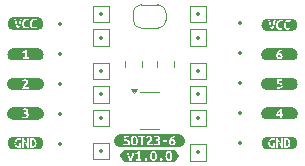
<source format=gto>
%TF.GenerationSoftware,KiCad,Pcbnew,8.0.3*%
%TF.CreationDate,2024-07-29T06:26:45+12:00*%
%TF.ProjectId,sot23-6,736f7432-332d-4362-9e6b-696361645f70,rev?*%
%TF.SameCoordinates,Original*%
%TF.FileFunction,Legend,Top*%
%TF.FilePolarity,Positive*%
%FSLAX46Y46*%
G04 Gerber Fmt 4.6, Leading zero omitted, Abs format (unit mm)*
G04 Created by KiCad (PCBNEW 8.0.3) date 2024-07-29 06:26:45*
%MOMM*%
%LPD*%
G01*
G04 APERTURE LIST*
%ADD10C,0.000000*%
%ADD11C,0.120000*%
%ADD12C,0.350000*%
G04 APERTURE END LIST*
D10*
%TO.C,kibuzzard-66A68C65*%
G36*
X112119392Y-88491280D02*
G01*
X112216694Y-88520797D01*
X112306368Y-88568728D01*
X112384968Y-88633234D01*
X112449473Y-88711833D01*
X112497405Y-88801507D01*
X112526921Y-88898809D01*
X112536887Y-89000000D01*
X112526921Y-89101191D01*
X112497405Y-89198493D01*
X112449473Y-89288167D01*
X112384968Y-89366766D01*
X112306368Y-89431272D01*
X112216694Y-89479203D01*
X112119392Y-89508720D01*
X112018201Y-89518686D01*
X111264297Y-89518686D01*
X111010985Y-89518686D01*
X110735703Y-89518686D01*
X109981799Y-89518686D01*
X109880608Y-89508720D01*
X109783306Y-89479203D01*
X109693632Y-89431272D01*
X109615032Y-89366766D01*
X109550527Y-89288167D01*
X109502595Y-89198493D01*
X109473079Y-89101191D01*
X109469732Y-89067205D01*
X110735703Y-89067205D01*
X110743529Y-89174834D01*
X110767008Y-89261641D01*
X110806139Y-89327625D01*
X110860205Y-89373936D01*
X110928487Y-89401723D01*
X111010985Y-89410985D01*
X111072375Y-89404685D01*
X111124717Y-89385784D01*
X111203554Y-89320517D01*
X111249435Y-89232633D01*
X111264297Y-89138288D01*
X111250727Y-89040065D01*
X111206139Y-88958643D01*
X111126656Y-88903069D01*
X111072859Y-88887561D01*
X111008401Y-88882391D01*
X110967044Y-88888207D01*
X110919225Y-88904362D01*
X110963813Y-88820355D01*
X111035541Y-88765428D01*
X111126010Y-88735057D01*
X111226817Y-88724717D01*
X111217771Y-88589015D01*
X111114055Y-88596769D01*
X111020032Y-88620032D01*
X110937318Y-88658481D01*
X110867528Y-88711793D01*
X110811470Y-88779645D01*
X110769952Y-88861712D01*
X110744265Y-88957674D01*
X110735703Y-89067205D01*
X109469732Y-89067205D01*
X109463113Y-89000000D01*
X109473079Y-88898809D01*
X109502595Y-88801507D01*
X109550527Y-88711833D01*
X109615032Y-88633234D01*
X109693632Y-88568728D01*
X109783306Y-88520797D01*
X109880608Y-88491280D01*
X109981799Y-88481314D01*
X110735703Y-88481314D01*
X111264297Y-88481314D01*
X112018201Y-88481314D01*
X112119392Y-88491280D01*
G37*
G36*
X111044911Y-89022456D02*
G01*
X111082068Y-89047173D01*
X111109208Y-89140872D01*
X111103393Y-89186107D01*
X111085299Y-89228756D01*
X111053635Y-89261066D01*
X111007108Y-89273990D01*
X110950889Y-89257835D01*
X110915347Y-89214540D01*
X110897254Y-89153150D01*
X110892084Y-89081422D01*
X110892730Y-89056866D01*
X110894669Y-89033603D01*
X110937318Y-89019386D01*
X110987722Y-89014216D01*
X111044911Y-89022456D01*
G37*
%TO.C,kibuzzard-66A68C60*%
G36*
X112120826Y-90993816D02*
G01*
X112217643Y-91023185D01*
X112306870Y-91070878D01*
X112385079Y-91135061D01*
X112449262Y-91213270D01*
X112496955Y-91302497D01*
X112526324Y-91399314D01*
X112536241Y-91500000D01*
X112526324Y-91600686D01*
X112496955Y-91697503D01*
X112449262Y-91786730D01*
X112385079Y-91864939D01*
X112306870Y-91929122D01*
X112217643Y-91976815D01*
X112120826Y-92006184D01*
X112020140Y-92016101D01*
X111266236Y-92016101D01*
X110949596Y-92016101D01*
X110733764Y-92016101D01*
X109979860Y-92016101D01*
X109879174Y-92006184D01*
X109782357Y-91976815D01*
X109693130Y-91929122D01*
X109617486Y-91867044D01*
X110733764Y-91867044D01*
X110770598Y-91881260D01*
X110824233Y-91894830D01*
X110886268Y-91904523D01*
X110949596Y-91908401D01*
X111023586Y-91903554D01*
X111087884Y-91889015D01*
X111142488Y-91865751D01*
X111187399Y-91834733D01*
X111246850Y-91752666D01*
X111266236Y-91649919D01*
X111257476Y-91574960D01*
X111231197Y-91512062D01*
X111187399Y-91461228D01*
X111125794Y-91422743D01*
X111046096Y-91396895D01*
X110948304Y-91383683D01*
X110954766Y-91310016D01*
X110961228Y-91223425D01*
X111236511Y-91223425D01*
X111236511Y-91091599D01*
X110828110Y-91091599D01*
X110823263Y-91190307D01*
X110816478Y-91292569D01*
X110807431Y-91397738D01*
X110795800Y-91505170D01*
X110884653Y-91507916D01*
X110954766Y-91516155D01*
X111048465Y-91547173D01*
X111092407Y-91594992D01*
X111103393Y-91656381D01*
X111096931Y-91699031D01*
X111073021Y-91735864D01*
X111025202Y-91762359D01*
X110948304Y-91772698D01*
X110887884Y-91769790D01*
X110838449Y-91761066D01*
X110766074Y-91735218D01*
X110733764Y-91867044D01*
X109617486Y-91867044D01*
X109614921Y-91864939D01*
X109550738Y-91786730D01*
X109503045Y-91697503D01*
X109473676Y-91600686D01*
X109463759Y-91500000D01*
X109473676Y-91399314D01*
X109503045Y-91302497D01*
X109550738Y-91213270D01*
X109614921Y-91135061D01*
X109693130Y-91070878D01*
X109782357Y-91023185D01*
X109879174Y-90993816D01*
X109979860Y-90983899D01*
X110733764Y-90983899D01*
X111266236Y-90983899D01*
X112020140Y-90983899D01*
X112120826Y-90993816D01*
G37*
%TO.C,kibuzzard-66A68C5D*%
G36*
X112142451Y-93502055D02*
G01*
X112237692Y-93530946D01*
X112325467Y-93577862D01*
X112402402Y-93641001D01*
X112465541Y-93717937D01*
X112512458Y-93805711D01*
X112541349Y-93900953D01*
X112551104Y-94000000D01*
X112541349Y-94099047D01*
X112512458Y-94194289D01*
X112465541Y-94282063D01*
X112402402Y-94358999D01*
X112325467Y-94422138D01*
X112237692Y-94469054D01*
X112142451Y-94497945D01*
X112043403Y-94507701D01*
X111289499Y-94507701D01*
X111202908Y-94507701D01*
X110710501Y-94507701D01*
X109956597Y-94507701D01*
X109857549Y-94497945D01*
X109762308Y-94469054D01*
X109674533Y-94422138D01*
X109597598Y-94358999D01*
X109534459Y-94282063D01*
X109487542Y-94194289D01*
X109458651Y-94099047D01*
X109458252Y-94094992D01*
X110710501Y-94094992D01*
X110710501Y-94211309D01*
X111043942Y-94211309D01*
X111043942Y-94400000D01*
X111202908Y-94400000D01*
X111202908Y-94211309D01*
X111289499Y-94211309D01*
X111289499Y-94080775D01*
X111202908Y-94080775D01*
X111202908Y-93600000D01*
X111060743Y-93600000D01*
X111009047Y-93655089D01*
X110957351Y-93716963D01*
X110906947Y-93782714D01*
X110859128Y-93849435D01*
X110814540Y-93915832D01*
X110773829Y-93980614D01*
X110738611Y-94041195D01*
X110710501Y-94094992D01*
X109458252Y-94094992D01*
X109448896Y-94000000D01*
X109458651Y-93900953D01*
X109487542Y-93805711D01*
X109534459Y-93717937D01*
X109597598Y-93641001D01*
X109674533Y-93577862D01*
X109762308Y-93530946D01*
X109857549Y-93502055D01*
X109956597Y-93492299D01*
X110710501Y-93492299D01*
X111289499Y-93492299D01*
X112043403Y-93492299D01*
X112142451Y-93502055D01*
G37*
G36*
X111043942Y-94080775D02*
G01*
X110863005Y-94080775D01*
X110901777Y-94007108D01*
X110947658Y-93932795D01*
X110996123Y-93862359D01*
X111043942Y-93799031D01*
X111043942Y-94080775D01*
G37*
%TO.C,kibuzzard-66A68C47*%
G36*
X90621299Y-93484942D02*
G01*
X90719813Y-93514826D01*
X90810604Y-93563355D01*
X90890183Y-93628664D01*
X90955492Y-93708243D01*
X91004021Y-93799035D01*
X91033905Y-93897549D01*
X91043996Y-94000000D01*
X91033905Y-94102451D01*
X91004021Y-94200965D01*
X90955492Y-94291757D01*
X90890183Y-94371336D01*
X90810604Y-94436645D01*
X90719813Y-94485174D01*
X90621299Y-94515058D01*
X90518848Y-94525148D01*
X89764943Y-94525148D01*
X89457351Y-94525148D01*
X89235057Y-94525148D01*
X88481152Y-94525148D01*
X88378701Y-94515058D01*
X88280187Y-94485174D01*
X88189396Y-94436645D01*
X88112461Y-94373506D01*
X89235057Y-94373506D01*
X89275121Y-94387722D01*
X89331341Y-94401939D01*
X89394669Y-94412924D01*
X89457351Y-94417447D01*
X89531987Y-94412763D01*
X89595638Y-94398708D01*
X89648627Y-94376090D01*
X89691276Y-94345719D01*
X89746850Y-94264943D01*
X89764943Y-94162843D01*
X89756381Y-94097900D01*
X89730695Y-94042649D01*
X89689499Y-93998384D01*
X89634410Y-93966397D01*
X89706785Y-93899192D01*
X89733926Y-93807431D01*
X89718417Y-93718255D01*
X89670598Y-93646527D01*
X89588530Y-93599354D01*
X89534410Y-93586753D01*
X89471567Y-93582553D01*
X89402908Y-93588530D01*
X89341680Y-93606462D01*
X89249273Y-93653635D01*
X89306139Y-93769952D01*
X89383037Y-93733118D01*
X89472859Y-93718255D01*
X89545880Y-93743457D01*
X89572375Y-93812601D01*
X89560097Y-93861712D01*
X89528433Y-93892730D01*
X89484491Y-93909532D01*
X89435380Y-93914701D01*
X89375929Y-93914701D01*
X89375929Y-94046527D01*
X89425040Y-94046527D01*
X89495800Y-94052827D01*
X89552989Y-94071729D01*
X89590792Y-94106462D01*
X89603393Y-94160258D01*
X89570436Y-94246850D01*
X89525363Y-94273021D01*
X89456058Y-94281745D01*
X89394830Y-94278191D01*
X89342973Y-94267528D01*
X89266074Y-94240388D01*
X89235057Y-94373506D01*
X88112461Y-94373506D01*
X88109817Y-94371336D01*
X88044508Y-94291757D01*
X87995979Y-94200965D01*
X87966095Y-94102451D01*
X87956004Y-94000000D01*
X87966095Y-93897549D01*
X87995979Y-93799035D01*
X88044508Y-93708243D01*
X88109817Y-93628664D01*
X88189396Y-93563355D01*
X88280187Y-93514826D01*
X88378701Y-93484942D01*
X88481152Y-93474852D01*
X89235057Y-93474852D01*
X89764943Y-93474852D01*
X90518848Y-93474852D01*
X90621299Y-93484942D01*
G37*
%TO.C,kibuzzard-66A68C43*%
G36*
X90625476Y-90993182D02*
G01*
X90722414Y-91022588D01*
X90811753Y-91070340D01*
X90890059Y-91134604D01*
X90954323Y-91212911D01*
X91002076Y-91302249D01*
X91031482Y-91399188D01*
X91041411Y-91500000D01*
X91031482Y-91600812D01*
X91002076Y-91697751D01*
X90954323Y-91787089D01*
X90890059Y-91865396D01*
X90811753Y-91929660D01*
X90722414Y-91977412D01*
X90625476Y-92006818D01*
X90524663Y-92016747D01*
X89770759Y-92016747D01*
X89229241Y-92016747D01*
X88475337Y-92016747D01*
X88374524Y-92006818D01*
X88277586Y-91977412D01*
X88188247Y-91929660D01*
X88109941Y-91865396D01*
X88045677Y-91787089D01*
X87997924Y-91697751D01*
X87968518Y-91600812D01*
X87958589Y-91500000D01*
X87968518Y-91399188D01*
X87997924Y-91302249D01*
X88045677Y-91212911D01*
X88058791Y-91196931D01*
X89229241Y-91196931D01*
X89308078Y-91308078D01*
X89389499Y-91247334D01*
X89468336Y-91229241D01*
X89543296Y-91255735D01*
X89573021Y-91331341D01*
X89549111Y-91399838D01*
X89488368Y-91469628D01*
X89450242Y-91506624D01*
X89409532Y-91545234D01*
X89368821Y-91586268D01*
X89330695Y-91630533D01*
X89297092Y-91678514D01*
X89269952Y-91730695D01*
X89252019Y-91787561D01*
X89246042Y-91849596D01*
X89245396Y-91876737D01*
X89248627Y-91909047D01*
X89770759Y-91909047D01*
X89770759Y-91777221D01*
X89426979Y-91777221D01*
X89440549Y-91734572D01*
X89473506Y-91688691D01*
X89514863Y-91644750D01*
X89553635Y-91607916D01*
X89619548Y-91543296D01*
X89677706Y-91473506D01*
X89719063Y-91399192D01*
X89734572Y-91319709D01*
X89713893Y-91219548D01*
X89658320Y-91147819D01*
X89578191Y-91105170D01*
X89483845Y-91090953D01*
X89416478Y-91097415D01*
X89348788Y-91116801D01*
X89284976Y-91149758D01*
X89229241Y-91196931D01*
X88058791Y-91196931D01*
X88109941Y-91134604D01*
X88188247Y-91070340D01*
X88277586Y-91022588D01*
X88374524Y-90993182D01*
X88475337Y-90983253D01*
X89229241Y-90983253D01*
X89770759Y-90983253D01*
X90524663Y-90983253D01*
X90625476Y-90993182D01*
G37*
%TO.C,kibuzzard-66A68C2F*%
G36*
X90618541Y-88502055D02*
G01*
X90713782Y-88530946D01*
X90801557Y-88577862D01*
X90878492Y-88641001D01*
X90941631Y-88717937D01*
X90988548Y-88805711D01*
X91017439Y-88900953D01*
X91027194Y-89000000D01*
X91017439Y-89099047D01*
X90988548Y-89194289D01*
X90941631Y-89282063D01*
X90878492Y-89358999D01*
X90801557Y-89422138D01*
X90713782Y-89469054D01*
X90618541Y-89497945D01*
X90519494Y-89507701D01*
X89765590Y-89507701D01*
X89234410Y-89507701D01*
X88480506Y-89507701D01*
X88381459Y-89497945D01*
X88286218Y-89469054D01*
X88198443Y-89422138D01*
X88121508Y-89358999D01*
X88058369Y-89282063D01*
X88011452Y-89194289D01*
X87982561Y-89099047D01*
X87972806Y-89000000D01*
X87982561Y-88900953D01*
X88011452Y-88805711D01*
X88032293Y-88766721D01*
X89234410Y-88766721D01*
X89286107Y-88898546D01*
X89364943Y-88866882D01*
X89447658Y-88821002D01*
X89447658Y-89268174D01*
X89279645Y-89268174D01*
X89279645Y-89400000D01*
X89765590Y-89400000D01*
X89765590Y-89268174D01*
X89606624Y-89268174D01*
X89606624Y-88600000D01*
X89498061Y-88600000D01*
X89442488Y-88650404D01*
X89373990Y-88696931D01*
X89301616Y-88736995D01*
X89234410Y-88766721D01*
X88032293Y-88766721D01*
X88058369Y-88717937D01*
X88121508Y-88641001D01*
X88198443Y-88577862D01*
X88286218Y-88530946D01*
X88381459Y-88502055D01*
X88480506Y-88492299D01*
X89234410Y-88492299D01*
X89765590Y-88492299D01*
X90519494Y-88492299D01*
X90618541Y-88502055D01*
G37*
%TO.C,kibuzzard-66A68BD4*%
G36*
X112090712Y-95984942D02*
G01*
X112189226Y-96014826D01*
X112280017Y-96063355D01*
X112359596Y-96128664D01*
X112424905Y-96208243D01*
X112473434Y-96299035D01*
X112503318Y-96397549D01*
X112513409Y-96500000D01*
X112503318Y-96602451D01*
X112473434Y-96700965D01*
X112424905Y-96791757D01*
X112359596Y-96871336D01*
X112280017Y-96936645D01*
X112189226Y-96985174D01*
X112090712Y-97015058D01*
X111988261Y-97025148D01*
X111934410Y-97025148D01*
X111563489Y-97025148D01*
X111135703Y-97025148D01*
X110392569Y-97025148D01*
X110065590Y-97025148D01*
X110011739Y-97025148D01*
X109909288Y-97015058D01*
X109810774Y-96985174D01*
X109719983Y-96936645D01*
X109640404Y-96871336D01*
X109575095Y-96791757D01*
X109526566Y-96700965D01*
X109496682Y-96602451D01*
X109486591Y-96500000D01*
X110065590Y-96500000D01*
X110071405Y-96597092D01*
X110088853Y-96681583D01*
X110116963Y-96753312D01*
X110154766Y-96812116D01*
X110201777Y-96857997D01*
X110257512Y-96890953D01*
X110321325Y-96910824D01*
X110392569Y-96917447D01*
X110471567Y-96914216D01*
X110537964Y-96904523D01*
X110552718Y-96900646D01*
X110736349Y-96900646D01*
X110879806Y-96900646D01*
X110879806Y-96369467D01*
X110927841Y-96458140D01*
X110973721Y-96546670D01*
X111017447Y-96635057D01*
X111059020Y-96723443D01*
X111098438Y-96811973D01*
X111135703Y-96900646D01*
X111263651Y-96900646D01*
X111263651Y-96110985D01*
X111392892Y-96110985D01*
X111392892Y-96891599D01*
X111480129Y-96906462D01*
X111563489Y-96910985D01*
X111641519Y-96905331D01*
X111712763Y-96888368D01*
X111775929Y-96859128D01*
X111829725Y-96816640D01*
X111873506Y-96760258D01*
X111906624Y-96689338D01*
X111927464Y-96602908D01*
X111934410Y-96500000D01*
X111928110Y-96399354D01*
X111909208Y-96314540D01*
X111878998Y-96244426D01*
X111838772Y-96187884D01*
X111788530Y-96144750D01*
X111728271Y-96114863D01*
X111659612Y-96097415D01*
X111584168Y-96091599D01*
X111494992Y-96095477D01*
X111392892Y-96110985D01*
X111263651Y-96110985D01*
X111263651Y-96100646D01*
X111120194Y-96100646D01*
X111120194Y-96593053D01*
X111097415Y-96542649D01*
X111070436Y-96484491D01*
X111040065Y-96421486D01*
X111007108Y-96356543D01*
X110972375Y-96290468D01*
X110936672Y-96224071D01*
X110900485Y-96159935D01*
X110864297Y-96100646D01*
X110736349Y-96100646D01*
X110736349Y-96900646D01*
X110552718Y-96900646D01*
X110626494Y-96881260D01*
X110626494Y-96481906D01*
X110467528Y-96481906D01*
X110467528Y-96773990D01*
X110436511Y-96777868D01*
X110405493Y-96779160D01*
X110328271Y-96762197D01*
X110272375Y-96711309D01*
X110247245Y-96657674D01*
X110232167Y-96587237D01*
X110227141Y-96500000D01*
X110229887Y-96440711D01*
X110238126Y-96386914D01*
X110274313Y-96299031D01*
X110338288Y-96241519D01*
X110433926Y-96220840D01*
X110519225Y-96235057D01*
X110589015Y-96267367D01*
X110630372Y-96140711D01*
X110603877Y-96125202D01*
X110559289Y-96105816D01*
X110495315Y-96089661D01*
X110411955Y-96082553D01*
X110341842Y-96089176D01*
X110276252Y-96109047D01*
X110217124Y-96142165D01*
X110166397Y-96188530D01*
X110124717Y-96247819D01*
X110092730Y-96319709D01*
X110072375Y-96403877D01*
X110065590Y-96500000D01*
X109486591Y-96500000D01*
X109496682Y-96397549D01*
X109526566Y-96299035D01*
X109575095Y-96208243D01*
X109640404Y-96128664D01*
X109719983Y-96063355D01*
X109810774Y-96014826D01*
X109909288Y-95984942D01*
X110011739Y-95974852D01*
X110065590Y-95974852D01*
X111934410Y-95974852D01*
X111988261Y-95974852D01*
X112090712Y-95984942D01*
G37*
G36*
X111684976Y-96252504D02*
G01*
X111737964Y-96312601D01*
X111765105Y-96399192D01*
X111772859Y-96500000D01*
X111770436Y-96557027D01*
X111763166Y-96609208D01*
X111730856Y-96695153D01*
X111671405Y-96752019D01*
X111580291Y-96772698D01*
X111566074Y-96772698D01*
X111551858Y-96771405D01*
X111551858Y-96233764D01*
X111575121Y-96230533D01*
X111598384Y-96229887D01*
X111684976Y-96252504D01*
G37*
%TO.C,kibuzzard-66A68BCE*%
G36*
X90590712Y-95984942D02*
G01*
X90689226Y-96014826D01*
X90780017Y-96063355D01*
X90859596Y-96128664D01*
X90924905Y-96208243D01*
X90973434Y-96299035D01*
X91003318Y-96397549D01*
X91013409Y-96500000D01*
X91003318Y-96602451D01*
X90973434Y-96700965D01*
X90924905Y-96791757D01*
X90859596Y-96871336D01*
X90780017Y-96936645D01*
X90689226Y-96985174D01*
X90590712Y-97015058D01*
X90488261Y-97025148D01*
X90434410Y-97025148D01*
X90063489Y-97025148D01*
X89635703Y-97025148D01*
X88892569Y-97025148D01*
X88565590Y-97025148D01*
X88511739Y-97025148D01*
X88409288Y-97015058D01*
X88310774Y-96985174D01*
X88219983Y-96936645D01*
X88140404Y-96871336D01*
X88075095Y-96791757D01*
X88026566Y-96700965D01*
X87996682Y-96602451D01*
X87986591Y-96500000D01*
X88565590Y-96500000D01*
X88571405Y-96597092D01*
X88588853Y-96681583D01*
X88616963Y-96753312D01*
X88654766Y-96812116D01*
X88701777Y-96857997D01*
X88757512Y-96890953D01*
X88821325Y-96910824D01*
X88892569Y-96917447D01*
X88971567Y-96914216D01*
X89037964Y-96904523D01*
X89052718Y-96900646D01*
X89236349Y-96900646D01*
X89379806Y-96900646D01*
X89379806Y-96369467D01*
X89427841Y-96458140D01*
X89473721Y-96546670D01*
X89517447Y-96635057D01*
X89559020Y-96723443D01*
X89598438Y-96811973D01*
X89635703Y-96900646D01*
X89763651Y-96900646D01*
X89763651Y-96110985D01*
X89892892Y-96110985D01*
X89892892Y-96891599D01*
X89980129Y-96906462D01*
X90063489Y-96910985D01*
X90141519Y-96905331D01*
X90212763Y-96888368D01*
X90275929Y-96859128D01*
X90329725Y-96816640D01*
X90373506Y-96760258D01*
X90406624Y-96689338D01*
X90427464Y-96602908D01*
X90434410Y-96500000D01*
X90428110Y-96399354D01*
X90409208Y-96314540D01*
X90378998Y-96244426D01*
X90338772Y-96187884D01*
X90288530Y-96144750D01*
X90228271Y-96114863D01*
X90159612Y-96097415D01*
X90084168Y-96091599D01*
X89994992Y-96095477D01*
X89892892Y-96110985D01*
X89763651Y-96110985D01*
X89763651Y-96100646D01*
X89620194Y-96100646D01*
X89620194Y-96593053D01*
X89597415Y-96542649D01*
X89570436Y-96484491D01*
X89540065Y-96421486D01*
X89507108Y-96356543D01*
X89472375Y-96290468D01*
X89436672Y-96224071D01*
X89400485Y-96159935D01*
X89364297Y-96100646D01*
X89236349Y-96100646D01*
X89236349Y-96900646D01*
X89052718Y-96900646D01*
X89126494Y-96881260D01*
X89126494Y-96481906D01*
X88967528Y-96481906D01*
X88967528Y-96773990D01*
X88936511Y-96777868D01*
X88905493Y-96779160D01*
X88828271Y-96762197D01*
X88772375Y-96711309D01*
X88747245Y-96657674D01*
X88732167Y-96587237D01*
X88727141Y-96500000D01*
X88729887Y-96440711D01*
X88738126Y-96386914D01*
X88774313Y-96299031D01*
X88838288Y-96241519D01*
X88933926Y-96220840D01*
X89019225Y-96235057D01*
X89089015Y-96267367D01*
X89130372Y-96140711D01*
X89103877Y-96125202D01*
X89059289Y-96105816D01*
X88995315Y-96089661D01*
X88911955Y-96082553D01*
X88841842Y-96089176D01*
X88776252Y-96109047D01*
X88717124Y-96142165D01*
X88666397Y-96188530D01*
X88624717Y-96247819D01*
X88592730Y-96319709D01*
X88572375Y-96403877D01*
X88565590Y-96500000D01*
X87986591Y-96500000D01*
X87996682Y-96397549D01*
X88026566Y-96299035D01*
X88075095Y-96208243D01*
X88140404Y-96128664D01*
X88219983Y-96063355D01*
X88310774Y-96014826D01*
X88409288Y-95984942D01*
X88511739Y-95974852D01*
X88565590Y-95974852D01*
X90434410Y-95974852D01*
X90488261Y-95974852D01*
X90590712Y-95984942D01*
G37*
G36*
X90184976Y-96252504D02*
G01*
X90237964Y-96312601D01*
X90265105Y-96399192D01*
X90272859Y-96500000D01*
X90270436Y-96557027D01*
X90263166Y-96609208D01*
X90230856Y-96695153D01*
X90171405Y-96752019D01*
X90080291Y-96772698D01*
X90066074Y-96772698D01*
X90051858Y-96771405D01*
X90051858Y-96233764D01*
X90075121Y-96230533D01*
X90098384Y-96229887D01*
X90184976Y-96252504D01*
G37*
%TO.C,kibuzzard-66A68B20*%
G36*
X112097174Y-85984942D02*
G01*
X112195688Y-86014826D01*
X112286479Y-86063355D01*
X112366058Y-86128664D01*
X112431367Y-86208243D01*
X112479896Y-86299035D01*
X112509780Y-86397549D01*
X112519871Y-86500000D01*
X112509780Y-86602451D01*
X112479896Y-86700965D01*
X112431367Y-86791757D01*
X112366058Y-86871336D01*
X112286479Y-86936645D01*
X112195688Y-86985174D01*
X112097174Y-87015058D01*
X111994723Y-87025148D01*
X111940872Y-87025148D01*
X111717286Y-87025148D01*
X111071082Y-87025148D01*
X110282714Y-87025148D01*
X110059128Y-87025148D01*
X110005277Y-87025148D01*
X109902826Y-87015058D01*
X109804312Y-86985174D01*
X109713521Y-86936645D01*
X109633942Y-86871336D01*
X109568633Y-86791757D01*
X109520104Y-86700965D01*
X109490220Y-86602451D01*
X109480129Y-86500000D01*
X109490220Y-86397549D01*
X109520104Y-86299035D01*
X109568633Y-86208243D01*
X109633942Y-86128664D01*
X109668082Y-86100646D01*
X110059128Y-86100646D01*
X110073990Y-86173021D01*
X110095315Y-86263489D01*
X110112404Y-86331197D01*
X110130928Y-86401633D01*
X110150889Y-86474798D01*
X110171998Y-86549399D01*
X110193969Y-86624143D01*
X110216801Y-86699031D01*
X110250727Y-86805654D01*
X110282714Y-86900646D01*
X110446850Y-86900646D01*
X110471549Y-86831790D01*
X110495674Y-86761353D01*
X110519225Y-86689338D01*
X110541842Y-86616963D01*
X110563166Y-86545450D01*
X110576053Y-86500000D01*
X110723425Y-86500000D01*
X110728998Y-86594426D01*
X110745719Y-86677383D01*
X110773586Y-86748869D01*
X110812601Y-86808885D01*
X110880955Y-86869198D01*
X110967115Y-86905385D01*
X111071082Y-86917447D01*
X111141680Y-86913086D01*
X111203554Y-86900000D01*
X111294669Y-86861874D01*
X111254604Y-86736511D01*
X111189338Y-86764943D01*
X111086591Y-86779160D01*
X110994346Y-86760905D01*
X110932149Y-86706139D01*
X110905941Y-86650350D01*
X110890217Y-86580345D01*
X110885217Y-86500000D01*
X111369628Y-86500000D01*
X111375202Y-86594426D01*
X111391922Y-86677383D01*
X111419790Y-86748869D01*
X111458805Y-86808885D01*
X111527159Y-86869198D01*
X111613319Y-86905385D01*
X111717286Y-86917447D01*
X111787884Y-86913086D01*
X111849758Y-86900000D01*
X111940872Y-86861874D01*
X111900808Y-86736511D01*
X111835541Y-86764943D01*
X111732795Y-86779160D01*
X111640549Y-86760905D01*
X111578352Y-86706139D01*
X111552145Y-86650350D01*
X111536421Y-86580345D01*
X111531179Y-86496123D01*
X111535541Y-86423748D01*
X111548627Y-86364297D01*
X111593861Y-86279645D01*
X111657189Y-86234410D01*
X111730210Y-86220840D01*
X111826494Y-86234410D01*
X111898223Y-86267367D01*
X111939580Y-86140711D01*
X111913086Y-86125202D01*
X111869790Y-86105816D01*
X111809693Y-86089661D01*
X111732795Y-86082553D01*
X111657027Y-86089499D01*
X111587399Y-86110339D01*
X111525364Y-86144588D01*
X111472375Y-86191761D01*
X111429241Y-86251373D01*
X111396769Y-86322940D01*
X111376414Y-86405977D01*
X111369628Y-86500000D01*
X110885217Y-86500000D01*
X110884976Y-86496123D01*
X110889338Y-86423748D01*
X110902423Y-86364297D01*
X110947658Y-86279645D01*
X111010985Y-86234410D01*
X111084006Y-86220840D01*
X111180291Y-86234410D01*
X111252019Y-86267367D01*
X111293376Y-86140711D01*
X111266882Y-86125202D01*
X111223586Y-86105816D01*
X111163490Y-86089661D01*
X111086591Y-86082553D01*
X111010824Y-86089499D01*
X110941195Y-86110339D01*
X110879160Y-86144588D01*
X110826171Y-86191761D01*
X110783037Y-86251373D01*
X110750565Y-86322940D01*
X110730210Y-86405977D01*
X110723425Y-86500000D01*
X110576053Y-86500000D01*
X110583199Y-86474798D01*
X110610662Y-86371890D01*
X110634895Y-86273829D01*
X110655735Y-86182714D01*
X110673021Y-86100646D01*
X110506300Y-86100646D01*
X110494669Y-86167851D01*
X110480452Y-86245396D01*
X110464297Y-86329241D01*
X110446850Y-86415347D01*
X110428110Y-86501939D01*
X110408078Y-86587237D01*
X110387399Y-86667205D01*
X110366721Y-86737803D01*
X110345880Y-86666236D01*
X110324717Y-86585945D01*
X110304039Y-86500646D01*
X110284653Y-86414055D01*
X110266721Y-86328110D01*
X110250404Y-86244750D01*
X110236834Y-86167690D01*
X110227141Y-86100646D01*
X110059128Y-86100646D01*
X109668082Y-86100646D01*
X109713521Y-86063355D01*
X109804312Y-86014826D01*
X109902826Y-85984942D01*
X110005277Y-85974852D01*
X110059128Y-85974852D01*
X111940872Y-85974852D01*
X111994723Y-85974852D01*
X112097174Y-85984942D01*
G37*
G36*
X90597174Y-85884942D02*
G01*
X90695688Y-85914826D01*
X90786479Y-85963355D01*
X90866058Y-86028664D01*
X90931367Y-86108243D01*
X90979896Y-86199035D01*
X91009780Y-86297549D01*
X91019871Y-86400000D01*
X91009780Y-86502451D01*
X90979896Y-86600965D01*
X90931367Y-86691757D01*
X90866058Y-86771336D01*
X90786479Y-86836645D01*
X90695688Y-86885174D01*
X90597174Y-86915058D01*
X90494723Y-86925148D01*
X90440872Y-86925148D01*
X90217286Y-86925148D01*
X89571082Y-86925148D01*
X88782714Y-86925148D01*
X88559128Y-86925148D01*
X88505277Y-86925148D01*
X88402826Y-86915058D01*
X88304312Y-86885174D01*
X88213521Y-86836645D01*
X88133942Y-86771336D01*
X88068633Y-86691757D01*
X88020104Y-86600965D01*
X87990220Y-86502451D01*
X87980129Y-86400000D01*
X87990220Y-86297549D01*
X88020104Y-86199035D01*
X88068633Y-86108243D01*
X88133942Y-86028664D01*
X88168082Y-86000646D01*
X88559128Y-86000646D01*
X88573990Y-86073021D01*
X88595315Y-86163489D01*
X88612404Y-86231197D01*
X88630928Y-86301633D01*
X88650889Y-86374798D01*
X88671998Y-86449399D01*
X88693969Y-86524143D01*
X88716801Y-86599031D01*
X88750727Y-86705654D01*
X88782714Y-86800646D01*
X88946850Y-86800646D01*
X88971549Y-86731790D01*
X88995674Y-86661353D01*
X89019225Y-86589338D01*
X89041842Y-86516963D01*
X89063166Y-86445450D01*
X89076053Y-86400000D01*
X89223425Y-86400000D01*
X89228998Y-86494426D01*
X89245719Y-86577383D01*
X89273586Y-86648869D01*
X89312601Y-86708885D01*
X89380955Y-86769198D01*
X89467115Y-86805385D01*
X89571082Y-86817447D01*
X89641680Y-86813086D01*
X89703554Y-86800000D01*
X89794669Y-86761874D01*
X89754604Y-86636511D01*
X89689338Y-86664943D01*
X89586591Y-86679160D01*
X89494346Y-86660905D01*
X89432149Y-86606139D01*
X89405941Y-86550350D01*
X89390217Y-86480345D01*
X89385217Y-86400000D01*
X89869628Y-86400000D01*
X89875202Y-86494426D01*
X89891922Y-86577383D01*
X89919790Y-86648869D01*
X89958805Y-86708885D01*
X90027159Y-86769198D01*
X90113319Y-86805385D01*
X90217286Y-86817447D01*
X90287884Y-86813086D01*
X90349758Y-86800000D01*
X90440872Y-86761874D01*
X90400808Y-86636511D01*
X90335541Y-86664943D01*
X90232795Y-86679160D01*
X90140549Y-86660905D01*
X90078352Y-86606139D01*
X90052145Y-86550350D01*
X90036421Y-86480345D01*
X90031179Y-86396123D01*
X90035541Y-86323748D01*
X90048627Y-86264297D01*
X90093861Y-86179645D01*
X90157189Y-86134410D01*
X90230210Y-86120840D01*
X90326494Y-86134410D01*
X90398223Y-86167367D01*
X90439580Y-86040711D01*
X90413086Y-86025202D01*
X90369790Y-86005816D01*
X90309693Y-85989661D01*
X90232795Y-85982553D01*
X90157027Y-85989499D01*
X90087399Y-86010339D01*
X90025364Y-86044588D01*
X89972375Y-86091761D01*
X89929241Y-86151373D01*
X89896769Y-86222940D01*
X89876414Y-86305977D01*
X89869628Y-86400000D01*
X89385217Y-86400000D01*
X89384976Y-86396123D01*
X89389338Y-86323748D01*
X89402423Y-86264297D01*
X89447658Y-86179645D01*
X89510985Y-86134410D01*
X89584006Y-86120840D01*
X89680291Y-86134410D01*
X89752019Y-86167367D01*
X89793376Y-86040711D01*
X89766882Y-86025202D01*
X89723586Y-86005816D01*
X89663490Y-85989661D01*
X89586591Y-85982553D01*
X89510824Y-85989499D01*
X89441195Y-86010339D01*
X89379160Y-86044588D01*
X89326171Y-86091761D01*
X89283037Y-86151373D01*
X89250565Y-86222940D01*
X89230210Y-86305977D01*
X89223425Y-86400000D01*
X89076053Y-86400000D01*
X89083199Y-86374798D01*
X89110662Y-86271890D01*
X89134895Y-86173829D01*
X89155735Y-86082714D01*
X89173021Y-86000646D01*
X89006300Y-86000646D01*
X88994669Y-86067851D01*
X88980452Y-86145396D01*
X88964297Y-86229241D01*
X88946850Y-86315347D01*
X88928110Y-86401939D01*
X88908078Y-86487237D01*
X88887399Y-86567205D01*
X88866721Y-86637803D01*
X88845880Y-86566236D01*
X88824717Y-86485945D01*
X88804039Y-86400646D01*
X88784653Y-86314055D01*
X88766721Y-86228110D01*
X88750404Y-86144750D01*
X88736834Y-86067690D01*
X88727141Y-86000646D01*
X88559128Y-86000646D01*
X88168082Y-86000646D01*
X88213521Y-85963355D01*
X88304312Y-85914826D01*
X88402826Y-85884942D01*
X88505277Y-85874852D01*
X88559128Y-85874852D01*
X90440872Y-85874852D01*
X90494723Y-85874852D01*
X90597174Y-85884942D01*
G37*
D11*
%TO.C,TP105*%
X96600000Y-91100000D02*
X95200000Y-91100000D01*
X96600000Y-89700000D02*
X96600000Y-91100000D01*
X95200000Y-91100000D02*
X95200000Y-89700000D01*
X95200000Y-89700000D02*
X96600000Y-89700000D01*
%TO.C,C101*%
X99375000Y-89538748D02*
X99375000Y-90061252D01*
X97905000Y-89538748D02*
X97905000Y-90061252D01*
%TO.C,TP102*%
X96600000Y-88300000D02*
X95200000Y-88300000D01*
X96600000Y-86900000D02*
X96600000Y-88300000D01*
X95200000Y-88300000D02*
X95200000Y-86900000D01*
X95200000Y-86900000D02*
X96600000Y-86900000D01*
%TO.C,TP103*%
X104800000Y-88300000D02*
X103400000Y-88300000D01*
X104800000Y-86900000D02*
X104800000Y-88300000D01*
X103400000Y-88300000D02*
X103400000Y-86900000D01*
X103400000Y-86900000D02*
X104800000Y-86900000D01*
%TO.C,TP104*%
X104800000Y-86300000D02*
X103400000Y-86300000D01*
X104800000Y-84900000D02*
X104800000Y-86300000D01*
X103400000Y-86300000D02*
X103400000Y-84900000D01*
X103400000Y-84900000D02*
X104800000Y-84900000D01*
%TO.C,TP107*%
X96600000Y-95100000D02*
X95200000Y-95100000D01*
X96600000Y-93700000D02*
X96600000Y-95100000D01*
X95200000Y-95100000D02*
X95200000Y-93700000D01*
X95200000Y-93700000D02*
X96600000Y-93700000D01*
%TO.C,U101*%
X98700000Y-92240000D02*
X98460000Y-91910000D01*
X98940000Y-91910000D01*
X98700000Y-92240000D01*
G36*
X98700000Y-92240000D02*
G01*
X98460000Y-91910000D01*
X98940000Y-91910000D01*
X98700000Y-92240000D01*
G37*
X100000000Y-95310000D02*
X100800000Y-95310000D01*
X100000000Y-95310000D02*
X99200000Y-95310000D01*
X100000000Y-92190000D02*
X100800000Y-92190000D01*
X100000000Y-92190000D02*
X99200000Y-92190000D01*
%TO.C,TP108*%
X104800000Y-95100000D02*
X103400000Y-95100000D01*
X104800000Y-93700000D02*
X104800000Y-95100000D01*
X103400000Y-95100000D02*
X103400000Y-93700000D01*
X103400000Y-93700000D02*
X104800000Y-93700000D01*
D10*
%TO.C,kibuzzard-66A296D6*%
G36*
X102526297Y-97600000D02*
G01*
X102176198Y-98125148D01*
X101906947Y-98125148D01*
X101629079Y-98125148D01*
X100984168Y-98125148D01*
X100336672Y-98125148D01*
X99691761Y-98125148D01*
X99314378Y-98125148D01*
X98325687Y-98125148D01*
X98093053Y-98125148D01*
X97823802Y-98125148D01*
X97473703Y-97600000D01*
X97611560Y-97393215D01*
X98093053Y-97393215D01*
X98120557Y-97483158D01*
X98148788Y-97569467D01*
X98177746Y-97652141D01*
X98207431Y-97731179D01*
X98247281Y-97829761D01*
X98286699Y-97919584D01*
X98325687Y-98000646D01*
X98458805Y-98000646D01*
X98498438Y-97919584D01*
X98539795Y-97829761D01*
X98582876Y-97731179D01*
X98615105Y-97652141D01*
X98645880Y-97569467D01*
X98675202Y-97483158D01*
X98703069Y-97393215D01*
X98541519Y-97393215D01*
X98528110Y-97443942D01*
X98511147Y-97497900D01*
X98492084Y-97553635D01*
X98472375Y-97609693D01*
X98452181Y-97665105D01*
X98431664Y-97718901D01*
X98394184Y-97815832D01*
X98358643Y-97718901D01*
X98340065Y-97665105D01*
X98321809Y-97609693D01*
X98304200Y-97553635D01*
X98287561Y-97497900D01*
X98272536Y-97443942D01*
X98259774Y-97393215D01*
X98093053Y-97393215D01*
X97611560Y-97393215D01*
X97628792Y-97367367D01*
X98783199Y-97367367D01*
X98834895Y-97499192D01*
X98913732Y-97467528D01*
X98996446Y-97421648D01*
X98996446Y-97868821D01*
X98828433Y-97868821D01*
X98828433Y-98000646D01*
X99314378Y-98000646D01*
X99314378Y-97898546D01*
X99575444Y-97898546D01*
X99585137Y-97948304D01*
X99610985Y-97984491D01*
X99647819Y-98007108D01*
X99691761Y-98014863D01*
X99771890Y-97985137D01*
X99806785Y-97898546D01*
X99771890Y-97814540D01*
X99691761Y-97784814D01*
X99647819Y-97792569D01*
X99610985Y-97814540D01*
X99585137Y-97850081D01*
X99575444Y-97898546D01*
X99314378Y-97898546D01*
X99314378Y-97868821D01*
X99155412Y-97868821D01*
X99155412Y-97598708D01*
X100058805Y-97598708D01*
X100063247Y-97697900D01*
X100076575Y-97783522D01*
X100098788Y-97855574D01*
X100129887Y-97914055D01*
X100184455Y-97971495D01*
X100253384Y-98005959D01*
X100336672Y-98017447D01*
X100419961Y-98005959D01*
X100488889Y-97971495D01*
X100543457Y-97914055D01*
X100551704Y-97898546D01*
X100867851Y-97898546D01*
X100877544Y-97948304D01*
X100903393Y-97984491D01*
X100940226Y-98007108D01*
X100984168Y-98014863D01*
X101064297Y-97985137D01*
X101099192Y-97898546D01*
X101064297Y-97814540D01*
X100984168Y-97784814D01*
X100940226Y-97792569D01*
X100903393Y-97814540D01*
X100877544Y-97850081D01*
X100867851Y-97898546D01*
X100551704Y-97898546D01*
X100574556Y-97855574D01*
X100596769Y-97783522D01*
X100610097Y-97697900D01*
X100614540Y-97598708D01*
X101351212Y-97598708D01*
X101355654Y-97697900D01*
X101368982Y-97783522D01*
X101391195Y-97855574D01*
X101422294Y-97914055D01*
X101476862Y-97971495D01*
X101545791Y-98005959D01*
X101629079Y-98017447D01*
X101712368Y-98005959D01*
X101781296Y-97971495D01*
X101835864Y-97914055D01*
X101866963Y-97855574D01*
X101889176Y-97783522D01*
X101902504Y-97697900D01*
X101906947Y-97598708D01*
X101902504Y-97500121D01*
X101889176Y-97415024D01*
X101866963Y-97343417D01*
X101835864Y-97285299D01*
X101781296Y-97228218D01*
X101712368Y-97193969D01*
X101629079Y-97182553D01*
X101547083Y-97194041D01*
X101478586Y-97228505D01*
X101423586Y-97285945D01*
X101391922Y-97344265D01*
X101369305Y-97415832D01*
X101355735Y-97500646D01*
X101351212Y-97598708D01*
X100614540Y-97598708D01*
X100610097Y-97500121D01*
X100596769Y-97415024D01*
X100574556Y-97343417D01*
X100543457Y-97285299D01*
X100488889Y-97228218D01*
X100419961Y-97193969D01*
X100336672Y-97182553D01*
X100254676Y-97194041D01*
X100186178Y-97228505D01*
X100131179Y-97285945D01*
X100099515Y-97344265D01*
X100076898Y-97415832D01*
X100063328Y-97500646D01*
X100058805Y-97598708D01*
X99155412Y-97598708D01*
X99155412Y-97200646D01*
X99046850Y-97200646D01*
X98991276Y-97251050D01*
X98922779Y-97297577D01*
X98850404Y-97337641D01*
X98783199Y-97367367D01*
X97628792Y-97367367D01*
X97823802Y-97074852D01*
X98093053Y-97074852D01*
X101906947Y-97074852D01*
X102176198Y-97074852D01*
X102526297Y-97600000D01*
G37*
G36*
X101687076Y-97336187D02*
G01*
X101729241Y-97389984D01*
X101748268Y-97445055D01*
X101759684Y-97514629D01*
X101763489Y-97598708D01*
X101759684Y-97683504D01*
X101748268Y-97753509D01*
X101729241Y-97808724D01*
X101687076Y-97862520D01*
X101630372Y-97880053D01*
X101629079Y-97880452D01*
X101571890Y-97862520D01*
X101529564Y-97808724D01*
X101510178Y-97753509D01*
X101498546Y-97683504D01*
X101494669Y-97598708D01*
X101495265Y-97585784D01*
X101557997Y-97585784D01*
X101577383Y-97645880D01*
X101630372Y-97671082D01*
X101681422Y-97645880D01*
X101701454Y-97585784D01*
X101681422Y-97525040D01*
X101630372Y-97499192D01*
X101577383Y-97525040D01*
X101557997Y-97585784D01*
X101495265Y-97585784D01*
X101498546Y-97514629D01*
X101510178Y-97445055D01*
X101529564Y-97389984D01*
X101571890Y-97336187D01*
X101629079Y-97318255D01*
X101687076Y-97336187D01*
G37*
G36*
X100394669Y-97336187D02*
G01*
X100436834Y-97389984D01*
X100455861Y-97445055D01*
X100467277Y-97514629D01*
X100471082Y-97598708D01*
X100467277Y-97683504D01*
X100455861Y-97753509D01*
X100436834Y-97808724D01*
X100394669Y-97862520D01*
X100337964Y-97880053D01*
X100336672Y-97880452D01*
X100279483Y-97862520D01*
X100237157Y-97808724D01*
X100217771Y-97753509D01*
X100206139Y-97683504D01*
X100202262Y-97598708D01*
X100202858Y-97585784D01*
X100265590Y-97585784D01*
X100284976Y-97645880D01*
X100337964Y-97671082D01*
X100389015Y-97645880D01*
X100409047Y-97585784D01*
X100389015Y-97525040D01*
X100337964Y-97499192D01*
X100284976Y-97525040D01*
X100265590Y-97585784D01*
X100202858Y-97585784D01*
X100206139Y-97514629D01*
X100217771Y-97445055D01*
X100237157Y-97389984D01*
X100279483Y-97336187D01*
X100336672Y-97318255D01*
X100394669Y-97336187D01*
G37*
D11*
%TO.C,TP110*%
X104800000Y-91100000D02*
X103400000Y-91100000D01*
X104800000Y-89700000D02*
X104800000Y-91100000D01*
X103400000Y-91100000D02*
X103400000Y-89700000D01*
X103400000Y-89700000D02*
X104800000Y-89700000D01*
%TO.C,TP111*%
X96600000Y-97900000D02*
X95200000Y-97900000D01*
X96600000Y-96500000D02*
X96600000Y-97900000D01*
X95200000Y-97900000D02*
X95200000Y-96500000D01*
X95200000Y-96500000D02*
X96600000Y-96500000D01*
%TO.C,TP109*%
X104800000Y-93100000D02*
X103400000Y-93100000D01*
X104800000Y-91700000D02*
X104800000Y-93100000D01*
X103400000Y-93100000D02*
X103400000Y-91700000D01*
X103400000Y-91700000D02*
X104800000Y-91700000D01*
%TO.C,TP112*%
X104800000Y-98000000D02*
X103400000Y-98000000D01*
X104800000Y-96600000D02*
X104800000Y-98000000D01*
X103400000Y-98000000D02*
X103400000Y-96600000D01*
X103400000Y-96600000D02*
X104800000Y-96600000D01*
D10*
%TO.C,kibuzzard-66A29686*%
G36*
X102578488Y-95784942D02*
G01*
X102677002Y-95814826D01*
X102767793Y-95863355D01*
X102847372Y-95928664D01*
X102912681Y-96008243D01*
X102961210Y-96099035D01*
X102991094Y-96197549D01*
X103001185Y-96300000D01*
X102991094Y-96402451D01*
X102961210Y-96500965D01*
X102912681Y-96591757D01*
X102847372Y-96671336D01*
X102767793Y-96736645D01*
X102677002Y-96785174D01*
X102578488Y-96815058D01*
X102476037Y-96825148D01*
X102206785Y-96825148D01*
X101953473Y-96825148D01*
X101472698Y-96825148D01*
X100601616Y-96825148D01*
X100277221Y-96825148D01*
X99437157Y-96825148D01*
X98712116Y-96825148D01*
X98041357Y-96825148D01*
X97793215Y-96825148D01*
X97523963Y-96825148D01*
X97421512Y-96815058D01*
X97322998Y-96785174D01*
X97232207Y-96736645D01*
X97152628Y-96671336D01*
X97140620Y-96656704D01*
X97793215Y-96656704D01*
X97882391Y-96696123D01*
X97951858Y-96712116D01*
X98041357Y-96717447D01*
X98132041Y-96710626D01*
X98205924Y-96690163D01*
X98263005Y-96656058D01*
X98317771Y-96581906D01*
X98336026Y-96482229D01*
X98330533Y-96421971D01*
X98314055Y-96373021D01*
X98257835Y-96300646D01*
X98256794Y-96300000D01*
X98422617Y-96300000D01*
X98427262Y-96397052D01*
X98441196Y-96481422D01*
X98464418Y-96553110D01*
X98496931Y-96612116D01*
X98553868Y-96670634D01*
X98625597Y-96705744D01*
X98712116Y-96717447D01*
X98796554Y-96705744D01*
X98867205Y-96670634D01*
X98924071Y-96612116D01*
X98956866Y-96553110D01*
X98980291Y-96481422D01*
X98994346Y-96397052D01*
X98999031Y-96300000D01*
X98994427Y-96202948D01*
X98980614Y-96118578D01*
X98957593Y-96046890D01*
X98949718Y-96032472D01*
X99066236Y-96032472D01*
X99276898Y-96032472D01*
X99276898Y-96700646D01*
X99437157Y-96700646D01*
X99437157Y-96032472D01*
X99647819Y-96032472D01*
X99647819Y-95988530D01*
X99735703Y-95988530D01*
X99814540Y-96099677D01*
X99895961Y-96038934D01*
X99974798Y-96020840D01*
X100049758Y-96047334D01*
X100079483Y-96122940D01*
X100055574Y-96191438D01*
X99994830Y-96261228D01*
X99956704Y-96298223D01*
X99915994Y-96336834D01*
X99875283Y-96377868D01*
X99837157Y-96422132D01*
X99803554Y-96470113D01*
X99776414Y-96522294D01*
X99758481Y-96579160D01*
X99752504Y-96641195D01*
X99751858Y-96668336D01*
X99755089Y-96700646D01*
X100277221Y-96700646D01*
X100277221Y-96673506D01*
X100379322Y-96673506D01*
X100419386Y-96687722D01*
X100475606Y-96701939D01*
X100538934Y-96712924D01*
X100601616Y-96717447D01*
X100676252Y-96712763D01*
X100739903Y-96698708D01*
X100792892Y-96676090D01*
X100835541Y-96645719D01*
X100891115Y-96564943D01*
X100909208Y-96462843D01*
X100907163Y-96447334D01*
X101118578Y-96447334D01*
X101472698Y-96447334D01*
X101472698Y-96373667D01*
X101678191Y-96373667D01*
X101686017Y-96481296D01*
X101709496Y-96568103D01*
X101748627Y-96634087D01*
X101802693Y-96680398D01*
X101870975Y-96708185D01*
X101953473Y-96717447D01*
X102014863Y-96711147D01*
X102067205Y-96692246D01*
X102146042Y-96626979D01*
X102191922Y-96539095D01*
X102206785Y-96444750D01*
X102193215Y-96346527D01*
X102148627Y-96265105D01*
X102069144Y-96209532D01*
X102015347Y-96194023D01*
X101950889Y-96188853D01*
X101909532Y-96194669D01*
X101861712Y-96210824D01*
X101906301Y-96126817D01*
X101978029Y-96071890D01*
X102068498Y-96041519D01*
X102169305Y-96031179D01*
X102160259Y-95895477D01*
X102056543Y-95903231D01*
X101962520Y-95926494D01*
X101879806Y-95964943D01*
X101810016Y-96018255D01*
X101753958Y-96086107D01*
X101712439Y-96168174D01*
X101686753Y-96264136D01*
X101678191Y-96373667D01*
X101472698Y-96373667D01*
X101472698Y-96290953D01*
X101118578Y-96290953D01*
X101118578Y-96447334D01*
X100907163Y-96447334D01*
X100900646Y-96397900D01*
X100874960Y-96342649D01*
X100833764Y-96298384D01*
X100778675Y-96266397D01*
X100851050Y-96199192D01*
X100878191Y-96107431D01*
X100862682Y-96018255D01*
X100814863Y-95946527D01*
X100732795Y-95899354D01*
X100678675Y-95886753D01*
X100615832Y-95882553D01*
X100547173Y-95888530D01*
X100485945Y-95906462D01*
X100393538Y-95953635D01*
X100450404Y-96069952D01*
X100527302Y-96033118D01*
X100617124Y-96018255D01*
X100690145Y-96043457D01*
X100716640Y-96112601D01*
X100704362Y-96161712D01*
X100672698Y-96192730D01*
X100628756Y-96209532D01*
X100579645Y-96214701D01*
X100520194Y-96214701D01*
X100520194Y-96346527D01*
X100569305Y-96346527D01*
X100640065Y-96352827D01*
X100697254Y-96371729D01*
X100735057Y-96406462D01*
X100747658Y-96460258D01*
X100714701Y-96546850D01*
X100669628Y-96573021D01*
X100600323Y-96581745D01*
X100539095Y-96578191D01*
X100487238Y-96567528D01*
X100410339Y-96540388D01*
X100379322Y-96673506D01*
X100277221Y-96673506D01*
X100277221Y-96568821D01*
X99933441Y-96568821D01*
X99947011Y-96526171D01*
X99979968Y-96480291D01*
X100021325Y-96436349D01*
X100060097Y-96399515D01*
X100126010Y-96334895D01*
X100184168Y-96265105D01*
X100225525Y-96190792D01*
X100241034Y-96111309D01*
X100220355Y-96011147D01*
X100164782Y-95939418D01*
X100084653Y-95896769D01*
X99990307Y-95882553D01*
X99922940Y-95889015D01*
X99855250Y-95908401D01*
X99791438Y-95941357D01*
X99735703Y-95988530D01*
X99647819Y-95988530D01*
X99647819Y-95900646D01*
X99066236Y-95900646D01*
X99066236Y-96032472D01*
X98949718Y-96032472D01*
X98925364Y-95987884D01*
X98868785Y-95929366D01*
X98797272Y-95894256D01*
X98710824Y-95882553D01*
X98626961Y-95894256D01*
X98556309Y-95929366D01*
X98498869Y-95987884D01*
X98465509Y-96046890D01*
X98441680Y-96118578D01*
X98427383Y-96202948D01*
X98422617Y-96300000D01*
X98256794Y-96300000D01*
X98182876Y-96254120D01*
X98104685Y-96222456D01*
X98054927Y-96203069D01*
X98009693Y-96179160D01*
X97976737Y-96148142D01*
X97963813Y-96107431D01*
X97977886Y-96056453D01*
X98020104Y-96025866D01*
X98090469Y-96015670D01*
X98181583Y-96028595D01*
X98253312Y-96059612D01*
X98299838Y-95936834D01*
X98207431Y-95899354D01*
X98147819Y-95886753D01*
X98078837Y-95882553D01*
X97999641Y-95889589D01*
X97932651Y-95910698D01*
X97877868Y-95945880D01*
X97823102Y-96021486D01*
X97804847Y-96121648D01*
X97825525Y-96216640D01*
X97877868Y-96280614D01*
X97948304Y-96323263D01*
X98023263Y-96352989D01*
X98077544Y-96375606D01*
X98126656Y-96402746D01*
X98162843Y-96436995D01*
X98177060Y-96480937D01*
X98171244Y-96519063D01*
X98149919Y-96552666D01*
X98107916Y-96575929D01*
X98041357Y-96584330D01*
X97976898Y-96579806D01*
X97923102Y-96566236D01*
X97839742Y-96527464D01*
X97793215Y-96656704D01*
X97140620Y-96656704D01*
X97087319Y-96591757D01*
X97038790Y-96500965D01*
X97008906Y-96402451D01*
X96998815Y-96300000D01*
X97008906Y-96197549D01*
X97038790Y-96099035D01*
X97087319Y-96008243D01*
X97152628Y-95928664D01*
X97232207Y-95863355D01*
X97322998Y-95814826D01*
X97421512Y-95784942D01*
X97523963Y-95774852D01*
X97793215Y-95774852D01*
X102206785Y-95774852D01*
X102476037Y-95774852D01*
X102578488Y-95784942D01*
G37*
G36*
X98776737Y-96042811D02*
G01*
X98814863Y-96102262D01*
X98832956Y-96190792D01*
X98836349Y-96243619D01*
X98837480Y-96300000D01*
X98836349Y-96356220D01*
X98832956Y-96408562D01*
X98814863Y-96497092D01*
X98776091Y-96557189D01*
X98710824Y-96579160D01*
X98644911Y-96557189D01*
X98606785Y-96497738D01*
X98588691Y-96409208D01*
X98585299Y-96356381D01*
X98584168Y-96300000D01*
X98585299Y-96243780D01*
X98588691Y-96191438D01*
X98606785Y-96102908D01*
X98644911Y-96042811D01*
X98710824Y-96020840D01*
X98776737Y-96042811D01*
G37*
G36*
X101987399Y-96328918D02*
G01*
X102024556Y-96353635D01*
X102051696Y-96447334D01*
X102045880Y-96492569D01*
X102027787Y-96535218D01*
X101996123Y-96567528D01*
X101949596Y-96580452D01*
X101893376Y-96564297D01*
X101857835Y-96521002D01*
X101839742Y-96459612D01*
X101834572Y-96387884D01*
X101835218Y-96363328D01*
X101837157Y-96340065D01*
X101879806Y-96325848D01*
X101930210Y-96320679D01*
X101987399Y-96328918D01*
G37*
D11*
%TO.C,C102*%
X102095000Y-89538748D02*
X102095000Y-90061252D01*
X100625000Y-89538748D02*
X100625000Y-90061252D01*
%TO.C,TP106*%
X96600000Y-93100000D02*
X95200000Y-93100000D01*
X96600000Y-91700000D02*
X96600000Y-93100000D01*
X95200000Y-93100000D02*
X95200000Y-91700000D01*
X95200000Y-91700000D02*
X96600000Y-91700000D01*
%TO.C,JP101*%
X101400000Y-86100000D02*
G75*
G02*
X100700000Y-86800000I-700000J0D01*
G01*
X100700000Y-84800000D02*
G75*
G02*
X101400000Y-85500000I0J-700000D01*
G01*
X99300000Y-86800000D02*
G75*
G02*
X98600000Y-86100000I-1J699999D01*
G01*
X98600000Y-85500000D02*
G75*
G02*
X99300000Y-84800000I699999J1D01*
G01*
X101400000Y-85500000D02*
X101400000Y-86100000D01*
X100700000Y-86800000D02*
X99300000Y-86800000D01*
X99300000Y-84800000D02*
X100700000Y-84800000D01*
X98600000Y-86100000D02*
X98600000Y-85500000D01*
%TO.C,TP101*%
X96600000Y-86300000D02*
X95200000Y-86300000D01*
X96600000Y-84900000D02*
X96600000Y-86300000D01*
X95200000Y-86300000D02*
X95200000Y-84900000D01*
X95200000Y-84900000D02*
X96600000Y-84900000D01*
%TD*%
D12*
X95900000Y-90400000D03*
X95900000Y-87600000D03*
X104100000Y-87600000D03*
X104100000Y-85600000D03*
X95900000Y-94400000D03*
X104100000Y-94400000D03*
X104100000Y-90400000D03*
X95900000Y-97200000D03*
X104100000Y-92400000D03*
X107620000Y-96520000D03*
X107620000Y-93980000D03*
X107620000Y-91440000D03*
X107620000Y-88900000D03*
X107620000Y-86360000D03*
X104100000Y-97300000D03*
X95900000Y-92400000D03*
X92380000Y-96580000D03*
X92380000Y-94040000D03*
X92380000Y-91500000D03*
X92380000Y-88960000D03*
X92380000Y-86420000D03*
X95900000Y-85600000D03*
M02*

</source>
